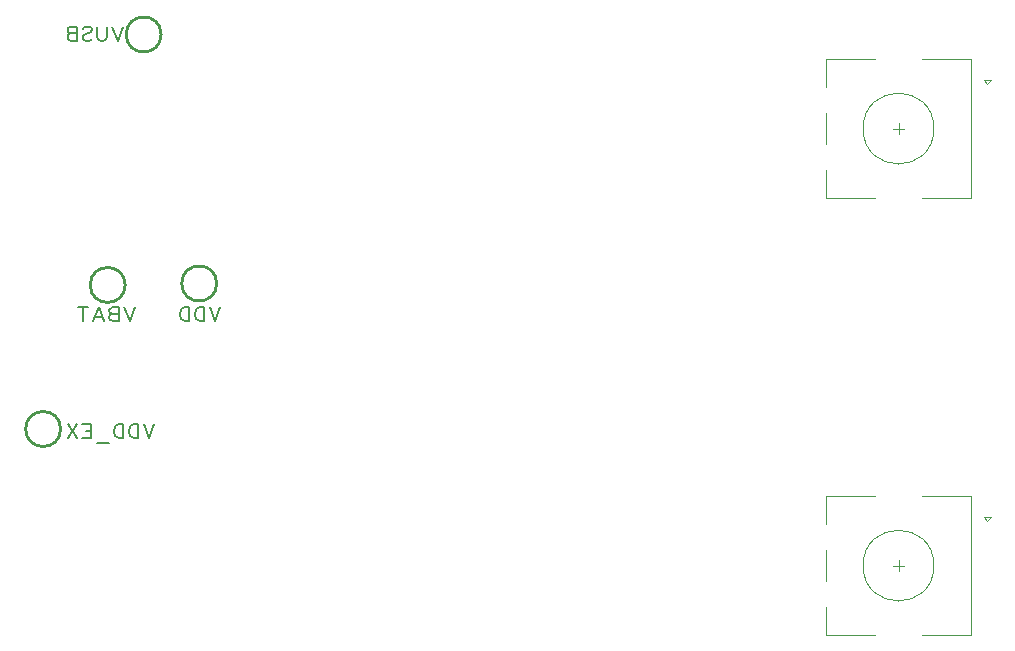
<source format=gbo>
G04 Layer: BottomSilkscreenLayer*
G04 EasyEDA Pro v1.9.29, 2023-05-19 09:05:19*
G04 Gerber Generator version 0.3*
G04 Scale: 100 percent, Rotated: No, Reflected: No*
G04 Dimensions in millimeters*
G04 Leading zeros omitted, absolute positions, 3 integers and 3 decimals*
%FSLAX33Y33*%
%MOMM*%
%ADD10C,0.202999*%
%ADD11C,0.0375*%
%ADD12C,0.254*%
G75*


G04 Text Start*
G04 //text: VUSB*
G54D10*
G01X19837Y-9375D02*
G01X19388Y-10554D01*
G01X18938Y-9375D02*
G01X19388Y-10554D01*
G01X18466Y-9375D02*
G01X18466Y-10218D01*
G01X18410Y-10386D01*
G01X18298Y-10498D01*
G01X18131Y-10554D01*
G01X18016D01*
G01X17849Y-10498D01*
G01X17737Y-10386D01*
G01X17681Y-10218D01*
G01Y-9375D01*
G01X16421Y-9543D02*
G01X16533Y-9431D01*
G01X16703Y-9375D01*
G01X16927D01*
G01X17094Y-9431D01*
G01X17209Y-9543D01*
G01Y-9657D01*
G01X17153Y-9769D01*
G01X17094Y-9825D01*
G01X16982Y-9881D01*
G01X16647Y-9992D01*
G01X16533Y-10048D01*
G01X16477Y-10104D01*
G01X16421Y-10218D01*
G01Y-10386D01*
G01X16533Y-10498D01*
G01X16703Y-10554D01*
G01X16927D01*
G01X17094Y-10498D01*
G01X17209Y-10386D01*
G01X15949Y-9375D02*
G01X15949Y-10554D01*
G01X15949Y-9375D02*
G01X15443Y-9375D01*
G01X15276Y-9431D01*
G01X15220Y-9487D01*
G01X15164Y-9599D01*
G01Y-9713D01*
G01X15220Y-9825D01*
G01X15276Y-9881D01*
G01X15443Y-9936D01*
G01X15949Y-9936D02*
G01X15443Y-9936D01*
G01X15276Y-9992D01*
G01X15220Y-10048D01*
G01X15164Y-10163D01*
G01Y-10330D01*
G01X15220Y-10442D01*
G01X15276Y-10498D01*
G01X15443Y-10554D01*
G01X15949D01*
G04 //text: VDD_EX*
G01X22504Y-43030D02*
G01X22055Y-44209D01*
G01X21605Y-43030D02*
G01X22055Y-44209D01*
G01X21133Y-43030D02*
G01X21133Y-44209D01*
G01X21133Y-43030D02*
G01X20739Y-43030D01*
G01X20571Y-43086D01*
G01X20460Y-43198D01*
G01X20404Y-43312D01*
G01X20348Y-43480D01*
G01Y-43759D01*
G01X20404Y-43929D01*
G01X20460Y-44041D01*
G01X20571Y-44153D01*
G01X20739Y-44209D01*
G01X21133D01*
G01X19876Y-43030D02*
G01X19876Y-44209D01*
G01X19876Y-43030D02*
G01X19482Y-43030D01*
G01X19314Y-43086D01*
G01X19200Y-43198D01*
G01X19144Y-43312D01*
G01X19088Y-43480D01*
G01Y-43759D01*
G01X19144Y-43929D01*
G01X19200Y-44041D01*
G01X19314Y-44153D01*
G01X19482Y-44209D01*
G01X19876D01*
G01X18616Y-44602D02*
G01X17605Y-44602D01*
G01X17132Y-43030D02*
G01X17132Y-44209D01*
G01X17132Y-43030D02*
G01X16403Y-43030D01*
G01X17132Y-43591D02*
G01X16683Y-43591D01*
G01X17132Y-44209D02*
G01X16403Y-44209D01*
G01X15931Y-43030D02*
G01X15143Y-44209D01*
G01X15143Y-43030D02*
G01X15931Y-44209D01*
G04 //text: VBAT*
G01X20853Y-33124D02*
G01X20404Y-34303D01*
G01X19954Y-33124D02*
G01X20404Y-34303D01*
G01X19482Y-33124D02*
G01X19482Y-34303D01*
G01X19482Y-33124D02*
G01X18976Y-33124D01*
G01X18809Y-33180D01*
G01X18753Y-33236D01*
G01X18697Y-33348D01*
G01Y-33462D01*
G01X18753Y-33574D01*
G01X18809Y-33630D01*
G01X18976Y-33685D01*
G01X19482Y-33685D02*
G01X18976Y-33685D01*
G01X18809Y-33741D01*
G01X18753Y-33797D01*
G01X18697Y-33912D01*
G01Y-34079D01*
G01X18753Y-34191D01*
G01X18809Y-34247D01*
G01X18976Y-34303D01*
G01X19482D01*
G01X17775Y-33124D02*
G01X18225Y-34303D01*
G01X17775Y-33124D02*
G01X17325Y-34303D01*
G01X18054Y-33912D02*
G01X17493Y-33912D01*
G01X16459Y-33124D02*
G01X16459Y-34303D01*
G01X16853Y-33124D02*
G01X16066Y-33124D01*
G04 //text: VDD*
G01X28092Y-33124D02*
G01X27643Y-34303D01*
G01X27193Y-33124D02*
G01X27643Y-34303D01*
G01X26721Y-33124D02*
G01X26721Y-34303D01*
G01X26721Y-33124D02*
G01X26327Y-33124D01*
G01X26159Y-33180D01*
G01X26048Y-33292D01*
G01X25992Y-33406D01*
G01X25936Y-33574D01*
G01Y-33853D01*
G01X25992Y-34023D01*
G01X26048Y-34135D01*
G01X26159Y-34247D01*
G01X26327Y-34303D01*
G01X26721D01*
G01X25464Y-33124D02*
G01X25464Y-34303D01*
G01X25464Y-33124D02*
G01X25070Y-33124D01*
G01X24902Y-33180D01*
G01X24788Y-33292D01*
G01X24732Y-33406D01*
G01X24676Y-33574D01*
G01Y-33853D01*
G01X24732Y-34023D01*
G01X24788Y-34135D01*
G01X24902Y-34247D01*
G01X25070Y-34303D01*
G01X25464D01*
G04 Text End*

G04 PolygonModel Start*
G54D11*
G01X79400Y-53700D02*
G01X79400Y-56300D01*
G01X83500Y-49100D02*
G01X79400Y-49100D01*
G01X91600Y-49100D02*
G01X91600Y-60900D01*
G01X87500Y-60900D02*
G01X91600Y-60900D01*
G01X79400Y-60900D02*
G01X83500Y-60900D01*
G01X87500Y-49100D02*
G01X91600Y-49100D01*
G01X93300Y-50900D02*
G01X92700Y-50900D01*
G01X86000Y-55000D02*
G01X85000Y-55000D01*
G01X79400Y-58500D02*
G01X79400Y-60900D01*
G01X85500Y-54500D02*
G01X85500Y-55500D01*
G01X93000Y-51200D02*
G01X93300Y-50900D01*
G01X92700Y-50900D02*
G01X93000Y-51200D01*
G01X79400Y-49100D02*
G01X79400Y-51500D01*
G01X79400Y-16700D02*
G01X79400Y-19300D01*
G01X83500Y-12100D02*
G01X79400Y-12100D01*
G01X91600Y-12100D02*
G01X91600Y-23900D01*
G01X87500Y-23900D02*
G01X91600Y-23900D01*
G01X79400Y-23900D02*
G01X83500Y-23900D01*
G01X87500Y-12100D02*
G01X91600Y-12100D01*
G01X93300Y-13900D02*
G01X92700Y-13900D01*
G01X86000Y-18000D02*
G01X85000Y-18000D01*
G01X79400Y-21500D02*
G01X79400Y-23900D01*
G01X85500Y-17500D02*
G01X85500Y-18500D01*
G01X93000Y-14200D02*
G01X93300Y-13900D01*
G01X92700Y-13900D02*
G01X93000Y-14200D01*
G01X79400Y-12100D02*
G01X79400Y-14500D01*
G04 PolygonModel End*

G04 Circle Start*
G01X82500Y-55000D02*
G03X88500Y-55000I3000J0D01*
G03X82500I-3000J0D01*
G01X82500Y-18000D02*
G03X88500Y-18000I3000J0D01*
G03X82500I-3000J0D01*
G54D12*
G01X20109Y-10033D02*
G03X23071Y-10033I1481J0D01*
G03X20109I-1481J0D01*
G01X11600Y-43434D02*
G03X14562Y-43434I1481J0D01*
G03X11600I-1481J0D01*
G01X24808Y-31115D02*
G03X27770Y-31115I1481J0D01*
G03X24808I-1481J0D01*
G01X17061Y-31242D02*
G03X20023Y-31242I1481J0D01*
G03X17061I-1481J0D01*
G04 Circle End*

M02*

</source>
